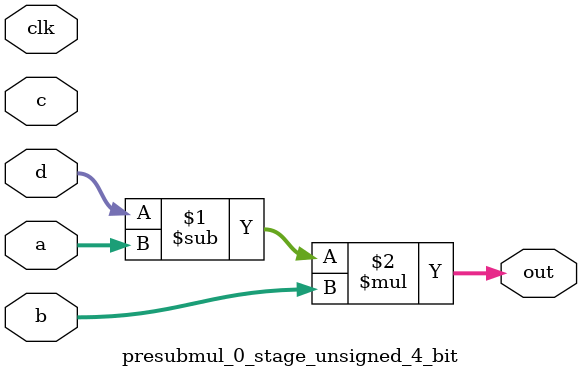
<source format=sv>
(* use_dsp = "yes" *) module presubmul_0_stage_unsigned_4_bit(
	input  [3:0] a,
	input  [3:0] b,
	input  [3:0] c,
	input  [3:0] d,
	output [3:0] out,
	input clk);

	assign out = (d - a) * b;
endmodule

</source>
